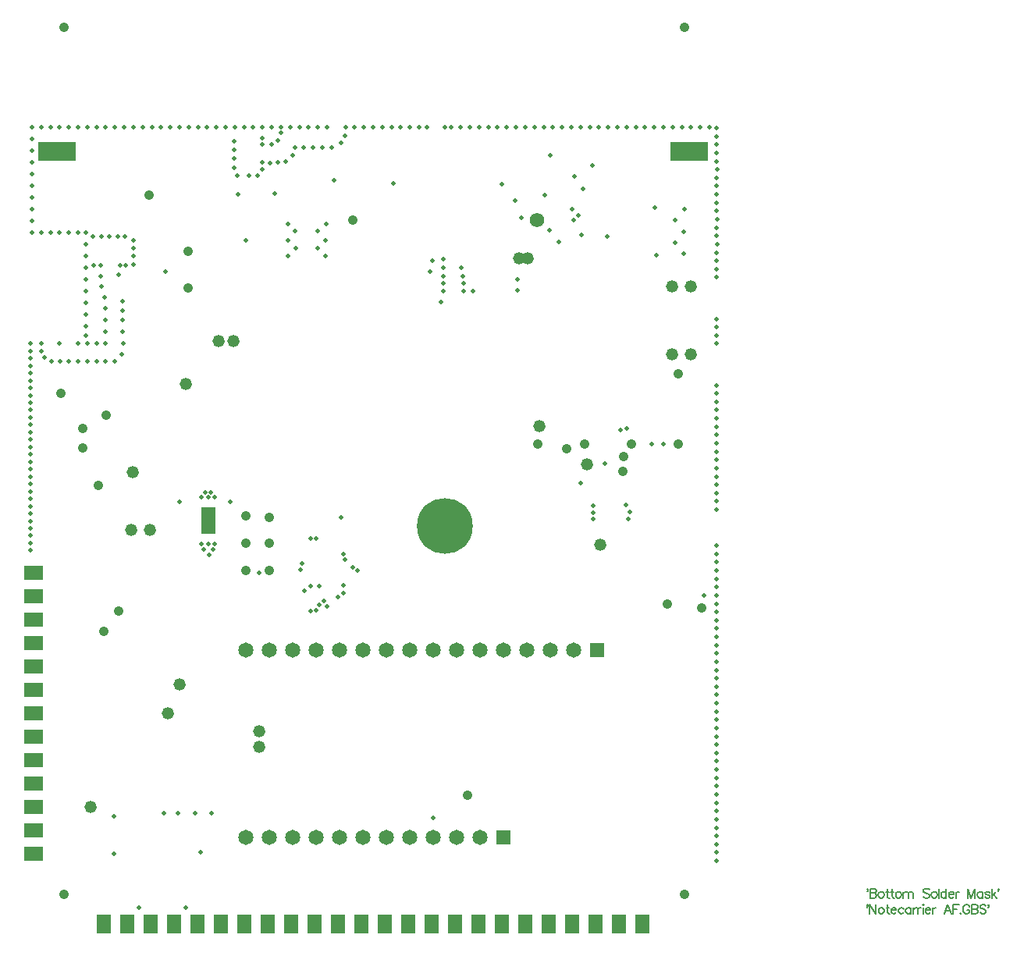
<source format=gbs>
G04*
G04 #@! TF.GenerationSoftware,Altium Limited,Altium Designer,20.2.4 (192)*
G04*
G04 Layer_Color=3150156*
%FSLAX25Y25*%
%MOIN*%
G70*
G04*
G04 #@! TF.SameCoordinates,7296403A-AE54-4680-90C6-F2F837FCC291*
G04*
G04*
G04 #@! TF.FilePolarity,Negative*
G04*
G01*
G75*
%ADD11C,0.00591*%
%ADD66R,0.06221X0.11221*%
%ADD93C,0.04137*%
%ADD119C,0.06499*%
%ADD120R,0.06499X0.06499*%
%ADD121C,0.06200*%
%ADD123C,0.23822*%
%ADD124R,0.07877X0.06499*%
%ADD125R,0.06499X0.08074*%
%ADD126C,0.01972*%
%ADD127C,0.05200*%
%ADD128C,0.01968*%
%ADD172R,0.15948X0.07838*%
D11*
X360817Y19605D02*
X360630Y19792D01*
X360817Y19979D01*
X361005Y19792D01*
Y19417D01*
X360817Y19042D01*
X360630Y18855D01*
X361867Y19979D02*
Y16043D01*
Y19979D02*
X363554D01*
X364116Y19792D01*
X364304Y19605D01*
X364491Y19230D01*
Y18855D01*
X364304Y18480D01*
X364116Y18293D01*
X363554Y18105D01*
X361867D02*
X363554D01*
X364116Y17918D01*
X364304Y17730D01*
X364491Y17355D01*
Y16793D01*
X364304Y16418D01*
X364116Y16231D01*
X363554Y16043D01*
X361867D01*
X366309Y18667D02*
X365934Y18480D01*
X365560Y18105D01*
X365372Y17543D01*
Y17168D01*
X365560Y16606D01*
X365934Y16231D01*
X366309Y16043D01*
X366872D01*
X367246Y16231D01*
X367621Y16606D01*
X367809Y17168D01*
Y17543D01*
X367621Y18105D01*
X367246Y18480D01*
X366872Y18667D01*
X366309D01*
X369233Y19979D02*
Y16793D01*
X369421Y16231D01*
X369796Y16043D01*
X370170D01*
X368671Y18667D02*
X369983D01*
X371295Y19979D02*
Y16793D01*
X371482Y16231D01*
X371857Y16043D01*
X372232D01*
X370733Y18667D02*
X372045D01*
X373732D02*
X373357Y18480D01*
X372982Y18105D01*
X372795Y17543D01*
Y17168D01*
X372982Y16606D01*
X373357Y16231D01*
X373732Y16043D01*
X374294D01*
X374669Y16231D01*
X375044Y16606D01*
X375231Y17168D01*
Y17543D01*
X375044Y18105D01*
X374669Y18480D01*
X374294Y18667D01*
X373732D01*
X376093D02*
Y16043D01*
Y17918D02*
X376656Y18480D01*
X377031Y18667D01*
X377593D01*
X377968Y18480D01*
X378155Y17918D01*
Y16043D01*
Y17918D02*
X378717Y18480D01*
X379092Y18667D01*
X379655D01*
X380030Y18480D01*
X380217Y17918D01*
Y16043D01*
X387171Y19417D02*
X386796Y19792D01*
X386234Y19979D01*
X385484D01*
X384922Y19792D01*
X384547Y19417D01*
Y19042D01*
X384734Y18667D01*
X384922Y18480D01*
X385297Y18293D01*
X386421Y17918D01*
X386796Y17730D01*
X386983Y17543D01*
X387171Y17168D01*
Y16606D01*
X386796Y16231D01*
X386234Y16043D01*
X385484D01*
X384922Y16231D01*
X384547Y16606D01*
X388989Y18667D02*
X388614Y18480D01*
X388239Y18105D01*
X388052Y17543D01*
Y17168D01*
X388239Y16606D01*
X388614Y16231D01*
X388989Y16043D01*
X389551D01*
X389926Y16231D01*
X390301Y16606D01*
X390489Y17168D01*
Y17543D01*
X390301Y18105D01*
X389926Y18480D01*
X389551Y18667D01*
X388989D01*
X391351Y19979D02*
Y16043D01*
X394425Y19979D02*
Y16043D01*
Y18105D02*
X394050Y18480D01*
X393675Y18667D01*
X393113D01*
X392738Y18480D01*
X392363Y18105D01*
X392176Y17543D01*
Y17168D01*
X392363Y16606D01*
X392738Y16231D01*
X393113Y16043D01*
X393675D01*
X394050Y16231D01*
X394425Y16606D01*
X395474Y17543D02*
X397724D01*
Y17918D01*
X397536Y18293D01*
X397349Y18480D01*
X396974Y18667D01*
X396411D01*
X396037Y18480D01*
X395662Y18105D01*
X395474Y17543D01*
Y17168D01*
X395662Y16606D01*
X396037Y16231D01*
X396411Y16043D01*
X396974D01*
X397349Y16231D01*
X397724Y16606D01*
X398567Y18667D02*
Y16043D01*
Y17543D02*
X398755Y18105D01*
X399129Y18480D01*
X399504Y18667D01*
X400067D01*
X403515Y19979D02*
Y16043D01*
Y19979D02*
X405015Y16043D01*
X406514Y19979D02*
X405015Y16043D01*
X406514Y19979D02*
Y16043D01*
X409888Y18667D02*
Y16043D01*
Y18105D02*
X409513Y18480D01*
X409138Y18667D01*
X408576D01*
X408201Y18480D01*
X407826Y18105D01*
X407639Y17543D01*
Y17168D01*
X407826Y16606D01*
X408201Y16231D01*
X408576Y16043D01*
X409138D01*
X409513Y16231D01*
X409888Y16606D01*
X413000Y18105D02*
X412812Y18480D01*
X412250Y18667D01*
X411688D01*
X411125Y18480D01*
X410938Y18105D01*
X411125Y17730D01*
X411500Y17543D01*
X412437Y17355D01*
X412812Y17168D01*
X413000Y16793D01*
Y16606D01*
X412812Y16231D01*
X412250Y16043D01*
X411688D01*
X411125Y16231D01*
X410938Y16606D01*
X413824Y19979D02*
Y16043D01*
X415699Y18667D02*
X413824Y16793D01*
X414574Y17543D02*
X415886Y16043D01*
X416692Y19605D02*
X416505Y19792D01*
X416692Y19979D01*
X416880Y19792D01*
Y19417D01*
X416692Y19042D01*
X416505Y18855D01*
X360719Y12813D02*
X360531Y13001D01*
X360719Y13188D01*
X360906Y13001D01*
Y12626D01*
X360719Y12251D01*
X360531Y12064D01*
X361769Y13188D02*
Y9252D01*
Y13188D02*
X364393Y9252D01*
Y13188D02*
Y9252D01*
X366417Y11876D02*
X366042Y11689D01*
X365667Y11314D01*
X365480Y10751D01*
Y10377D01*
X365667Y9814D01*
X366042Y9439D01*
X366417Y9252D01*
X366979D01*
X367354Y9439D01*
X367729Y9814D01*
X367916Y10377D01*
Y10751D01*
X367729Y11314D01*
X367354Y11689D01*
X366979Y11876D01*
X366417D01*
X369341Y13188D02*
Y10002D01*
X369529Y9439D01*
X369903Y9252D01*
X370278D01*
X368779Y11876D02*
X370091D01*
X370841Y10751D02*
X373090D01*
Y11126D01*
X372902Y11501D01*
X372715Y11689D01*
X372340Y11876D01*
X371778D01*
X371403Y11689D01*
X371028Y11314D01*
X370841Y10751D01*
Y10377D01*
X371028Y9814D01*
X371403Y9439D01*
X371778Y9252D01*
X372340D01*
X372715Y9439D01*
X373090Y9814D01*
X376182Y11314D02*
X375808Y11689D01*
X375433Y11876D01*
X374870D01*
X374496Y11689D01*
X374121Y11314D01*
X373933Y10751D01*
Y10377D01*
X374121Y9814D01*
X374496Y9439D01*
X374870Y9252D01*
X375433D01*
X375808Y9439D01*
X376182Y9814D01*
X379275Y11876D02*
Y9252D01*
Y11314D02*
X378900Y11689D01*
X378525Y11876D01*
X377963D01*
X377588Y11689D01*
X377213Y11314D01*
X377026Y10751D01*
Y10377D01*
X377213Y9814D01*
X377588Y9439D01*
X377963Y9252D01*
X378525D01*
X378900Y9439D01*
X379275Y9814D01*
X380325Y11876D02*
Y9252D01*
Y10751D02*
X380512Y11314D01*
X380887Y11689D01*
X381262Y11876D01*
X381824D01*
X382180D02*
Y9252D01*
Y10751D02*
X382368Y11314D01*
X382743Y11689D01*
X383118Y11876D01*
X383680D01*
X384411Y13188D02*
X384598Y13001D01*
X384786Y13188D01*
X384598Y13376D01*
X384411Y13188D01*
X384598Y11876D02*
Y9252D01*
X385479Y10751D02*
X387729D01*
Y11126D01*
X387541Y11501D01*
X387354Y11689D01*
X386979Y11876D01*
X386417D01*
X386042Y11689D01*
X385667Y11314D01*
X385479Y10751D01*
Y10377D01*
X385667Y9814D01*
X386042Y9439D01*
X386417Y9252D01*
X386979D01*
X387354Y9439D01*
X387729Y9814D01*
X388572Y11876D02*
Y9252D01*
Y10751D02*
X388759Y11314D01*
X389134Y11689D01*
X389509Y11876D01*
X390072D01*
X396519Y9252D02*
X395020Y13188D01*
X393520Y9252D01*
X394083Y10564D02*
X395957D01*
X397438Y13188D02*
Y9252D01*
Y13188D02*
X399874D01*
X397438Y11314D02*
X398937D01*
X400512Y9627D02*
X400324Y9439D01*
X400512Y9252D01*
X400699Y9439D01*
X400512Y9627D01*
X404373Y12251D02*
X404185Y12626D01*
X403811Y13001D01*
X403436Y13188D01*
X402686D01*
X402311Y13001D01*
X401936Y12626D01*
X401749Y12251D01*
X401561Y11689D01*
Y10751D01*
X401749Y10189D01*
X401936Y9814D01*
X402311Y9439D01*
X402686Y9252D01*
X403436D01*
X403811Y9439D01*
X404185Y9814D01*
X404373Y10189D01*
Y10751D01*
X403436D02*
X404373D01*
X405273Y13188D02*
Y9252D01*
Y13188D02*
X406959D01*
X407522Y13001D01*
X407709Y12813D01*
X407897Y12438D01*
Y12064D01*
X407709Y11689D01*
X407522Y11501D01*
X406959Y11314D01*
X405273D02*
X406959D01*
X407522Y11126D01*
X407709Y10939D01*
X407897Y10564D01*
Y10002D01*
X407709Y9627D01*
X407522Y9439D01*
X406959Y9252D01*
X405273D01*
X411402Y12626D02*
X411027Y13001D01*
X410464Y13188D01*
X409715D01*
X409153Y13001D01*
X408778Y12626D01*
Y12251D01*
X408965Y11876D01*
X409153Y11689D01*
X409527Y11501D01*
X410652Y11126D01*
X411027Y10939D01*
X411214Y10751D01*
X411402Y10377D01*
Y9814D01*
X411027Y9439D01*
X410464Y9252D01*
X409715D01*
X409153Y9439D01*
X408778Y9814D01*
X412470Y12813D02*
X412283Y13001D01*
X412470Y13188D01*
X412657Y13001D01*
Y12626D01*
X412470Y12251D01*
X412283Y12064D01*
D66*
X79134Y177165D02*
D03*
D93*
X190000Y60000D02*
D03*
X220000Y210000D02*
D03*
X240000D02*
D03*
X290000Y140000D02*
D03*
X280000Y240000D02*
D03*
Y210000D02*
D03*
X260000D02*
D03*
X140938Y305731D02*
D03*
X17717Y387795D02*
D03*
X282480D02*
D03*
Y17717D02*
D03*
X17717D02*
D03*
X95351Y155948D02*
D03*
X32173Y192183D02*
D03*
X70499Y292121D02*
D03*
X70687Y276640D02*
D03*
X105127Y155948D02*
D03*
X105315Y167704D02*
D03*
Y178493D02*
D03*
X95351Y179134D02*
D03*
X35633Y222399D02*
D03*
X95351Y167704D02*
D03*
X41064Y138514D02*
D03*
X256496Y204528D02*
D03*
X256398Y198228D02*
D03*
X34626Y129984D02*
D03*
X275236Y141732D02*
D03*
X25648Y216572D02*
D03*
Y208357D02*
D03*
X232283Y208032D02*
D03*
X16142Y231496D02*
D03*
X53937Y316142D02*
D03*
D119*
X165236Y122000D02*
D03*
X175236D02*
D03*
X185236D02*
D03*
X195236D02*
D03*
X205236D02*
D03*
X215236D02*
D03*
X225236D02*
D03*
X235236D02*
D03*
X155236D02*
D03*
X145236D02*
D03*
X135236D02*
D03*
X125236D02*
D03*
X115236D02*
D03*
X105236D02*
D03*
X95236D02*
D03*
Y42000D02*
D03*
X105236D02*
D03*
X115236D02*
D03*
X195236D02*
D03*
X185236D02*
D03*
X175236D02*
D03*
X165236D02*
D03*
X155236D02*
D03*
X145236D02*
D03*
X135236D02*
D03*
X125236D02*
D03*
D120*
X245236Y122000D02*
D03*
X205236Y42000D02*
D03*
D121*
X219678Y305731D02*
D03*
D123*
X180308Y174826D02*
D03*
D124*
X4626Y145000D02*
D03*
Y155000D02*
D03*
Y135000D02*
D03*
Y75000D02*
D03*
Y65000D02*
D03*
Y35000D02*
D03*
Y45000D02*
D03*
Y55000D02*
D03*
Y125000D02*
D03*
Y115000D02*
D03*
Y95000D02*
D03*
Y85000D02*
D03*
Y105000D02*
D03*
D125*
X264626Y5000D02*
D03*
X254626D02*
D03*
X244626D02*
D03*
X234626D02*
D03*
X224626D02*
D03*
X144626D02*
D03*
X154626D02*
D03*
X164626D02*
D03*
X174626D02*
D03*
X184626D02*
D03*
X194626D02*
D03*
X204626D02*
D03*
X214626D02*
D03*
X64626D02*
D03*
X54626D02*
D03*
X34626D02*
D03*
X44626D02*
D03*
X134626D02*
D03*
X104626D02*
D03*
X94626D02*
D03*
X84626D02*
D03*
X74626D02*
D03*
X114626D02*
D03*
X124626D02*
D03*
D126*
X122845Y149113D02*
D03*
X248464Y201633D02*
D03*
X296260Y35433D02*
D03*
Y31890D02*
D03*
Y42520D02*
D03*
Y49606D02*
D03*
Y46063D02*
D03*
Y113386D02*
D03*
Y120472D02*
D03*
Y116929D02*
D03*
X75787Y35433D02*
D03*
X175236Y50197D02*
D03*
X73583Y52165D02*
D03*
X38803Y50937D02*
D03*
X100963Y154797D02*
D03*
X140945Y157404D02*
D03*
X137702Y160450D02*
D03*
X134656Y144542D02*
D03*
X119112Y158969D02*
D03*
X136821Y149470D02*
D03*
X122942Y169615D02*
D03*
X129823Y140639D02*
D03*
X66929Y185335D02*
D03*
X259274Y181008D02*
D03*
X132924Y322632D02*
D03*
X79646Y162441D02*
D03*
X88651Y185078D02*
D03*
X81123Y164957D02*
D03*
X77294D02*
D03*
X81850Y187270D02*
D03*
X77836Y189349D02*
D03*
X80433Y189370D02*
D03*
X79134Y187270D02*
D03*
X76417Y187346D02*
D03*
X81850Y167215D02*
D03*
X79134D02*
D03*
X76417D02*
D03*
X122937Y138685D02*
D03*
X120324Y147222D02*
D03*
X125347Y139063D02*
D03*
X268701Y210000D02*
D03*
X118587Y156377D02*
D03*
X126585Y141279D02*
D03*
X128657Y142845D02*
D03*
X136034Y178493D02*
D03*
X126585Y149113D02*
D03*
X136821Y146372D02*
D03*
X125408Y169588D02*
D03*
X258032Y216636D02*
D03*
X69665Y12000D02*
D03*
X49649D02*
D03*
X273491Y210000D02*
D03*
X296260Y81496D02*
D03*
Y85039D02*
D03*
Y77953D02*
D03*
X3179Y186502D02*
D03*
Y189651D02*
D03*
Y195950D02*
D03*
Y170754D02*
D03*
Y173903D02*
D03*
Y177053D02*
D03*
Y180202D02*
D03*
Y183352D02*
D03*
X3164Y205455D02*
D03*
Y208605D02*
D03*
Y211755D02*
D03*
Y214904D02*
D03*
Y192857D02*
D03*
Y199156D02*
D03*
Y202306D02*
D03*
X3179Y164454D02*
D03*
Y167604D02*
D03*
X60166Y52165D02*
D03*
X38803Y34835D02*
D03*
X293307Y345295D02*
D03*
X285433D02*
D03*
X281496D02*
D03*
X277559D02*
D03*
X273622D02*
D03*
X289370D02*
D03*
X253937D02*
D03*
X250000D02*
D03*
X246063D02*
D03*
X242126D02*
D03*
X269685D02*
D03*
X265748D02*
D03*
X261811D02*
D03*
X257874D02*
D03*
X296260Y334252D02*
D03*
Y341338D02*
D03*
Y337795D02*
D03*
Y344882D02*
D03*
Y284646D02*
D03*
Y291732D02*
D03*
Y288189D02*
D03*
Y298819D02*
D03*
X296654Y305906D02*
D03*
Y295276D02*
D03*
X296260Y302362D02*
D03*
Y312992D02*
D03*
Y309449D02*
D03*
X296654Y327165D02*
D03*
X296260Y330709D02*
D03*
Y320079D02*
D03*
Y323622D02*
D03*
Y316535D02*
D03*
Y235039D02*
D03*
Y256299D02*
D03*
Y252756D02*
D03*
Y263386D02*
D03*
Y259842D02*
D03*
Y281102D02*
D03*
X238481Y299393D02*
D03*
X270592Y290724D02*
D03*
X278582Y295921D02*
D03*
X237140Y307467D02*
D03*
X270087Y310763D02*
D03*
X278633Y305532D02*
D03*
X282574Y310331D02*
D03*
X282328Y291118D02*
D03*
X249639Y298559D02*
D03*
X282172Y300724D02*
D03*
X129528Y303982D02*
D03*
X113189D02*
D03*
X125880Y300810D02*
D03*
X204697Y320854D02*
D03*
X210132Y313866D02*
D03*
X143096Y155750D02*
D03*
X187799Y281681D02*
D03*
X179715Y288914D02*
D03*
X174838Y288209D02*
D03*
X136872Y162852D02*
D03*
X7874Y345295D02*
D03*
X3937D02*
D03*
X3937Y340295D02*
D03*
X258576Y177996D02*
D03*
X225015Y301346D02*
D03*
X296260Y217323D02*
D03*
Y224409D02*
D03*
Y220866D02*
D03*
Y231496D02*
D03*
Y227953D02*
D03*
Y38976D02*
D03*
Y56693D02*
D03*
Y53150D02*
D03*
Y63779D02*
D03*
Y67323D02*
D03*
Y60236D02*
D03*
Y74409D02*
D03*
Y70866D02*
D03*
Y88583D02*
D03*
Y95669D02*
D03*
Y99213D02*
D03*
Y92126D02*
D03*
Y106299D02*
D03*
Y102756D02*
D03*
Y109843D02*
D03*
Y127559D02*
D03*
Y131102D02*
D03*
Y124016D02*
D03*
X255228Y216059D02*
D03*
X80534Y52137D02*
D03*
X116431Y300810D02*
D03*
X116535Y293723D02*
D03*
X125984D02*
D03*
X239365Y319056D02*
D03*
X234572Y310189D02*
D03*
X178682Y270669D02*
D03*
X211174Y275590D02*
D03*
X192119Y275319D02*
D03*
X174059Y283689D02*
D03*
X188159Y275343D02*
D03*
X211174Y280213D02*
D03*
X179678Y285188D02*
D03*
X179718Y281633D02*
D03*
Y278469D02*
D03*
Y275319D02*
D03*
X188245Y278469D02*
D03*
X187238Y285188D02*
D03*
X235579Y324115D02*
D03*
X228784Y296260D02*
D03*
X107510Y316981D02*
D03*
X129277Y290354D02*
D03*
X113189D02*
D03*
X129277Y296873D02*
D03*
X113189Y296873D02*
D03*
X91959Y316558D02*
D03*
X66387Y52165D02*
D03*
X61024Y283455D02*
D03*
X235204Y305449D02*
D03*
X225434Y333106D02*
D03*
X95272Y296873D02*
D03*
X234252Y345295D02*
D03*
X180118D02*
D03*
X129921D02*
D03*
X82677D02*
D03*
X78740D02*
D03*
X296260Y210236D02*
D03*
Y213779D02*
D03*
Y203150D02*
D03*
Y196063D02*
D03*
Y155905D02*
D03*
Y162992D02*
D03*
X291071Y145176D02*
D03*
X243504Y180709D02*
D03*
X296260Y206693D02*
D03*
Y199606D02*
D03*
Y188976D02*
D03*
Y192520D02*
D03*
Y181890D02*
D03*
Y185433D02*
D03*
Y166535D02*
D03*
Y159449D02*
D03*
Y148819D02*
D03*
Y152362D02*
D03*
Y141732D02*
D03*
Y145276D02*
D03*
Y134646D02*
D03*
Y138189D02*
D03*
X257577Y183739D02*
D03*
X238386Y193307D02*
D03*
X243504Y183465D02*
D03*
Y177953D02*
D03*
X206693Y345295D02*
D03*
X210630D02*
D03*
X212813Y306453D02*
D03*
X214567Y345295D02*
D03*
X218504D02*
D03*
X222973Y316072D02*
D03*
X222441Y345295D02*
D03*
X226378D02*
D03*
X230315D02*
D03*
X238189D02*
D03*
X243110Y328760D02*
D03*
X3135Y252812D02*
D03*
X3150Y237008D02*
D03*
Y233858D02*
D03*
Y230709D02*
D03*
Y227559D02*
D03*
Y224409D02*
D03*
Y221260D02*
D03*
Y218110D02*
D03*
Y249606D02*
D03*
Y246457D02*
D03*
Y243307D02*
D03*
Y240158D02*
D03*
X3937Y335295D02*
D03*
Y330295D02*
D03*
Y325295D02*
D03*
Y320295D02*
D03*
Y315295D02*
D03*
Y310295D02*
D03*
Y305295D02*
D03*
Y300295D02*
D03*
X7777Y249458D02*
D03*
X7874Y300295D02*
D03*
Y252795D02*
D03*
X9213Y246740D02*
D03*
X11811Y345295D02*
D03*
Y300295D02*
D03*
X12308Y245281D02*
D03*
X15748Y345295D02*
D03*
Y300295D02*
D03*
Y252795D02*
D03*
X15976Y245126D02*
D03*
X19685Y345295D02*
D03*
Y300295D02*
D03*
Y245295D02*
D03*
X23622Y345295D02*
D03*
Y300295D02*
D03*
Y252795D02*
D03*
Y245295D02*
D03*
X26852Y300207D02*
D03*
Y295207D02*
D03*
Y290207D02*
D03*
Y285207D02*
D03*
Y280207D02*
D03*
Y275207D02*
D03*
Y270207D02*
D03*
Y265207D02*
D03*
Y260207D02*
D03*
X26861Y256243D02*
D03*
X27559Y345295D02*
D03*
Y252795D02*
D03*
Y245295D02*
D03*
X29921Y298425D02*
D03*
X30315Y286221D02*
D03*
X31496Y345295D02*
D03*
Y252795D02*
D03*
Y245295D02*
D03*
X33282Y286170D02*
D03*
Y281616D02*
D03*
X33465Y298425D02*
D03*
X33548Y277152D02*
D03*
X34874Y272688D02*
D03*
X35433Y345295D02*
D03*
Y267795D02*
D03*
Y262795D02*
D03*
Y257795D02*
D03*
Y252795D02*
D03*
Y245295D02*
D03*
X37008Y298425D02*
D03*
X39370Y345295D02*
D03*
Y245295D02*
D03*
X40551Y298425D02*
D03*
X40806Y282302D02*
D03*
X41460Y286170D02*
D03*
X42298Y248397D02*
D03*
X42608Y270985D02*
D03*
Y266764D02*
D03*
X42652Y262742D02*
D03*
X42718Y257857D02*
D03*
X42785Y253061D02*
D03*
X43307Y345295D02*
D03*
X43701Y298425D02*
D03*
X44094Y286221D02*
D03*
X47230Y286656D02*
D03*
X47244Y345295D02*
D03*
Y296850D02*
D03*
Y293701D02*
D03*
Y290158D02*
D03*
X51181Y345295D02*
D03*
X55118D02*
D03*
X59055D02*
D03*
X62992D02*
D03*
X66929D02*
D03*
X70866D02*
D03*
X74803D02*
D03*
X86614D02*
D03*
X90158Y339370D02*
D03*
Y335433D02*
D03*
Y331890D02*
D03*
Y327953D02*
D03*
X91732Y324409D02*
D03*
X90551Y345295D02*
D03*
X94488D02*
D03*
X96457Y324409D02*
D03*
X98425Y345295D02*
D03*
X100394Y324409D02*
D03*
X102299Y330105D02*
D03*
X102362Y340551D02*
D03*
Y337795D02*
D03*
Y327165D02*
D03*
X102362Y345295D02*
D03*
X105548Y330017D02*
D03*
X106299Y337795D02*
D03*
X106299Y345295D02*
D03*
X108885Y339697D02*
D03*
X108952Y330194D02*
D03*
X110236Y342795D02*
D03*
Y345295D02*
D03*
X112205Y330709D02*
D03*
X115117Y333133D02*
D03*
X114173Y345295D02*
D03*
X116142Y336614D02*
D03*
X118110Y345295D02*
D03*
X120079Y336614D02*
D03*
X122047Y345295D02*
D03*
X124016Y336614D02*
D03*
X125984Y345295D02*
D03*
X127953Y336614D02*
D03*
X131890D02*
D03*
X135827Y338583D02*
D03*
X137462Y341731D02*
D03*
X137795Y345295D02*
D03*
X141732D02*
D03*
X145669D02*
D03*
X149606D02*
D03*
X153543D02*
D03*
X157480D02*
D03*
X158299Y321391D02*
D03*
X161417Y345295D02*
D03*
X165354D02*
D03*
X169291D02*
D03*
X172483Y345331D02*
D03*
X183071Y345295D02*
D03*
X187008D02*
D03*
X190945D02*
D03*
X194882D02*
D03*
X198819D02*
D03*
X202756D02*
D03*
D127*
X62008Y94842D02*
D03*
X66929Y107283D02*
D03*
X69663Y235694D02*
D03*
X54171Y173223D02*
D03*
X46262Y173182D02*
D03*
X285236Y248235D02*
D03*
X277362D02*
D03*
Y277143D02*
D03*
X28952Y54968D02*
D03*
X285236Y277362D02*
D03*
X240969Y201396D02*
D03*
X220472Y217520D02*
D03*
X101047Y80709D02*
D03*
Y87083D02*
D03*
X89804Y253937D02*
D03*
X83499D02*
D03*
X211804Y289370D02*
D03*
X215741D02*
D03*
X46970Y198054D02*
D03*
X246496Y167000D02*
D03*
D128*
X81102Y181102D02*
D03*
Y179134D02*
D03*
Y177165D02*
D03*
Y175197D02*
D03*
Y173228D02*
D03*
X79134Y179134D02*
D03*
Y181102D02*
D03*
X77165Y175197D02*
D03*
Y173228D02*
D03*
X79134Y177165D02*
D03*
Y175197D02*
D03*
Y173228D02*
D03*
X77165Y181102D02*
D03*
Y179134D02*
D03*
Y177165D02*
D03*
D172*
X284626Y335000D02*
D03*
X14626D02*
D03*
M02*

</source>
